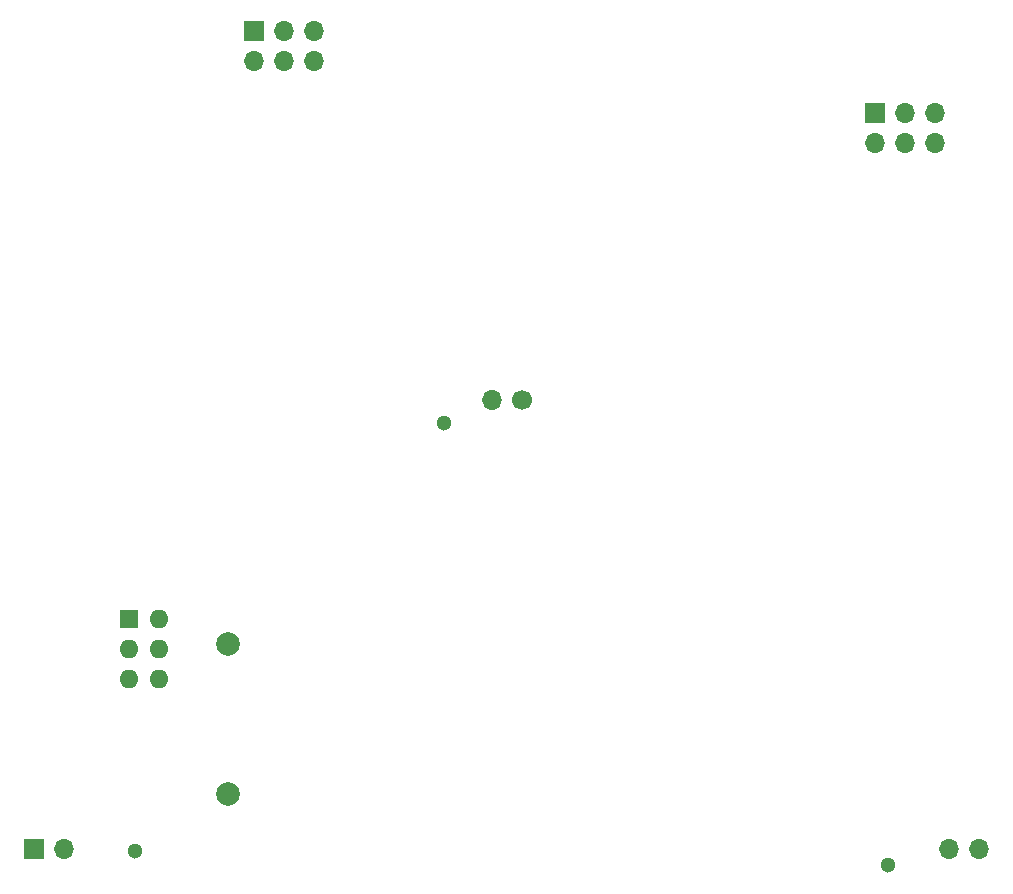
<source format=gts>
%TF.GenerationSoftware,KiCad,Pcbnew,(6.0.4-0)*%
%TF.CreationDate,2022-05-26T17:50:35-04:00*%
%TF.ProjectId,BaseBadge,42617365-4261-4646-9765-2e6b69636164,v03*%
%TF.SameCoordinates,Original*%
%TF.FileFunction,Soldermask,Top*%
%TF.FilePolarity,Negative*%
%FSLAX46Y46*%
G04 Gerber Fmt 4.6, Leading zero omitted, Abs format (unit mm)*
G04 Created by KiCad (PCBNEW (6.0.4-0)) date 2022-05-26 17:50:35*
%MOMM*%
%LPD*%
G01*
G04 APERTURE LIST*
%ADD10O,1.600000X1.600000*%
%ADD11R,1.600000X1.600000*%
%ADD12R,1.700000X1.700000*%
%ADD13O,1.700000X1.700000*%
%ADD14C,1.700000*%
%ADD15C,1.300000*%
%ADD16C,2.000000*%
G04 APERTURE END LIST*
D10*
%TO.C,J4*%
X117952362Y-105287607D03*
D11*
X115412362Y-105287607D03*
D10*
X117952362Y-107827607D03*
X115412362Y-107827607D03*
X117952362Y-110367607D03*
X115412362Y-110367607D03*
%TD*%
D12*
%TO.C,J1*%
X107394767Y-124723348D03*
D13*
X109934767Y-124723348D03*
X146124767Y-86723348D03*
D14*
X148664767Y-86723348D03*
D13*
X184854767Y-124723348D03*
X187394767Y-124723348D03*
%TD*%
D15*
%TO.C,REF\u002A\u002A*%
X115919118Y-124912736D03*
%TD*%
%TO.C,*%
X179703205Y-126088843D03*
%TD*%
D12*
%TO.C,J2*%
X126031280Y-55453952D03*
D13*
X126031280Y-57993952D03*
X128571280Y-55453952D03*
X128571280Y-57993952D03*
X131111280Y-55453952D03*
X131111280Y-57993952D03*
%TD*%
D12*
%TO.C,J3*%
X178614007Y-62427788D03*
D13*
X178614007Y-64967788D03*
X181154007Y-62427788D03*
X181154007Y-64967788D03*
X183694007Y-62427788D03*
X183694007Y-64967788D03*
%TD*%
D15*
%TO.C,*%
X142081626Y-88634598D03*
%TD*%
D16*
%TO.C,BT1*%
X123832477Y-120091133D03*
X123832477Y-107391133D03*
%TD*%
M02*

</source>
